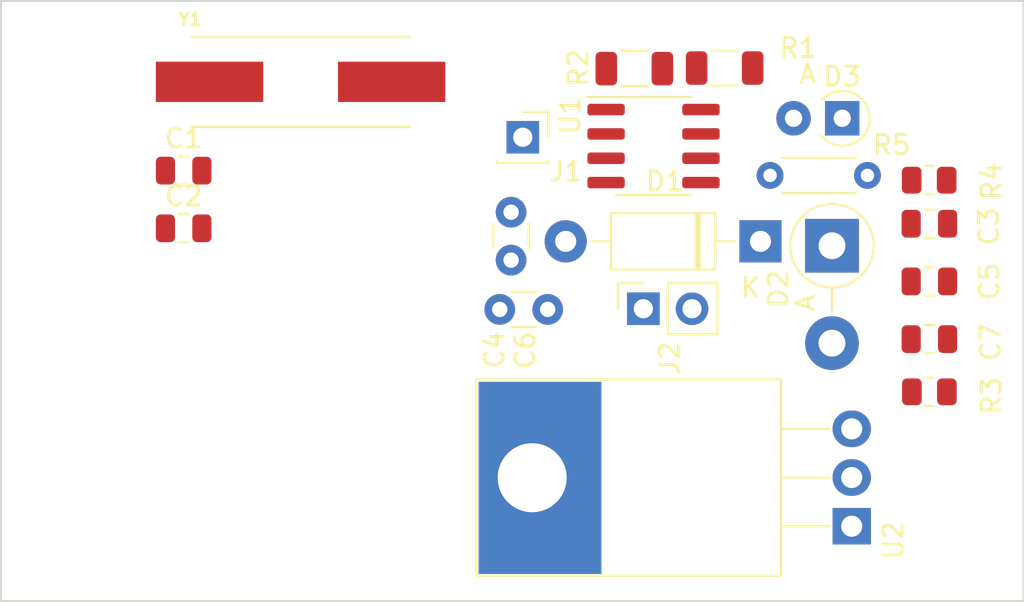
<source format=kicad_pcb>
(kicad_pcb (version 20221018) (generator pcbnew)
  (layers (0 "F.Cu" signal) (1 "In1.Cu" signal) (2 "In2.Cu" signal) (31 "B.Cu" signal) (34 "B.Paste" user) (35 "F.Paste" user) (36 "B.SilkS" user "B.Silkscreen") (37 "F.SilkS" user "F.Silkscreen") (38 "B.Mask" user) (39 "F.Mask" user) (44 "Edge.Cuts" user))
  (net 0 "")
  (net 1 "/V_{in}")
  (net 2 "Vout")
  (net 3 "Vin")
  (net 4 "GND")
  (net 5 "VAMP")
  (net 6 "Net-(U1A-+)")
  (net 7 "/V_{div}")
  (net 8 "+VCC")
  (net 9 "VBAT")
  (net 10 "Net-(D3-K)")
  (net 11 "XTAL1")
  (net 12 "XTAL2")
  (footprint "Diode_THT:D_DO-41_SOD81_P10.16mm_Horizontal" (layer "F.Cu") (at 123.27 63.27 180)
    (fp_text reference "D1" (at 5 3.13) (layer "F.SilkS"))
    (fp_text value "1N4002")
    (fp_text user "K" (at 0.52 -2.42) (layer "F.SilkS"))
    (fp_line (start 1.34 0) (end 2.36 0) (stroke (width 0.12)) (layer "F.SilkS"))
    (fp_line (start 2.36 -1.47) (end 2.36 1.47) (stroke (width 0.12)) (layer "F.SilkS"))
    (fp_line (start 2.36 1.47) (end 7.8 1.47) (stroke (width 0.12)) (layer "F.SilkS"))
    (fp_line (start 3.14 -1.47) (end 3.14 1.47) (stroke (width 0.12)) (layer "F.SilkS"))
    (fp_line (start 3.26 -1.47) (end 3.26 1.47) (stroke (width 0.12)) (layer "F.SilkS"))
    (fp_line (start 3.38 -1.47) (end 3.38 1.47) (stroke (width 0.12)) (layer "F.SilkS"))
    (fp_line (start 7.8 -1.47) (end 2.36 -1.47) (stroke (width 0.12)) (layer "F.SilkS"))
    (fp_line (start 7.8 1.47) (end 7.8 -1.47) (stroke (width 0.12)) (layer "F.SilkS"))
    (fp_line (start 8.82 0) (end 7.8 0) (stroke (width 0.12)) (layer "F.SilkS"))
    (pad "1" thru_hole rect (at 0 0 180) (size 2.2 2.2) (drill 1.1) (layers "*.Cu" "*.Mask") (net 1 "/V_{in}"))
    (pad "2" thru_hole oval (at 10.16 0 180) (size 2.2 2.2) (drill 1.1) (layers "*.Cu" "*.Mask") (net 9 "VBAT"))
  )
  (footprint "Package_TO_SOT_THT:TO-220-3_Horizontal_TabDown" (layer "F.Cu") (at 128.03 78.13 90)
    (fp_text reference "U2" (at -0.74 2.17 90) (layer "F.SilkS"))
    (fp_text value "LM1117-ADJ")
    (fp_line (start -2.58 -19.58) (end -2.58 -3.69) (stroke (width 0.12)) (layer "F.SilkS"))
    (fp_line (start -2.58 -19.58) (end 7.66 -19.58) (stroke (width 0.12)) (layer "F.SilkS"))
    (fp_line (start -2.58 -3.69) (end 7.66 -3.69) (stroke (width 0.12)) (layer "F.SilkS"))
    (fp_line (start 0 -3.69) (end 0 -1.15) (stroke (width 0.12)) (layer "F.SilkS"))
    (fp_line (start 2.54 -3.69) (end 2.54 -1.15) (stroke (width 0.12)) (layer "F.SilkS"))
    (fp_line (start 5.08 -3.69) (end 5.08 -1.15) (stroke (width 0.12)) (layer "F.SilkS"))
    (fp_line (start 7.66 -19.58) (end 7.66 -3.69) (stroke (width 0.12)) (layer "F.SilkS"))
    (pad "" np_thru_hole oval (at 2.54 -16.66 90) (size 3.5 3.5) (drill 3.5) (layers "*.Cu" "*.Mask"))
    (pad "1" thru_hole rect (at 0 0 90) (size 1.905 2) (drill 1.1) (layers "*.Cu" "*.Mask") (net 7 "/V_{div}"))
    (pad "2" thru_hole oval (at 2.54 0 90) (size 1.905 2) (drill 1.1) (layers "*.Cu" "*.Mask") (net 8 "+VCC"))
    (pad "3" thru_hole oval (at 5.08 0 90) (size 1.905 2) (drill 1.1) (layers "*.Cu" "*.Mask") (net 1 "/V_{in}"))
    (pad "4" thru_hole rect (at 2.53 -16.67 90) (size 10.02 6.4) (drill 3.6 (offset -0.01 0.41)) (layers "*.Cu" "*.Mask") (net 8 "+VCC"))
  )
  (footprint "Resistor_SMD:R_0805_2012Metric" (layer "F.Cu") (at 132.07 60.08 180)
    (fp_text reference "R4" (at -3.26 -0.06 90) (layer "F.SilkS"))
    (fp_text value "1k")
    (fp_line (start -0.227064 -0.735) (end 0.227064 -0.735) (stroke (width 0.12)) (layer "F.SilkS"))
    (fp_line (start -0.227064 0.735) (end 0.227064 0.735) (stroke (width 0.12)) (layer "F.SilkS"))
    (pad "1" smd roundrect (at -0.9125 0 180) (size 1.025 1.4) (layers "F.Cu" "F.Paste" "F.Mask") (roundrect_rratio 0.243902) (net 7 "/V_{div}"))
    (pad "2" smd roundrect (at 0.9125 0 180) (size 1.025 1.4) (layers "F.Cu" "F.Paste" "F.Mask") (roundrect_rratio 0.243902) (net 4 "GND"))
  )
  (footprint "Capacitor_THT:C_Disc_D3.0mm_W1.6mm_P2.50mm" (layer "F.Cu") (at 110.26 61.75 -90)
    (fp_text reference "C4" (at 7.17 0.87 90) (layer "F.SilkS"))
    (fp_text value "1u")
    (fp_line (start 0.621 -0.92) (end 1.879 -0.92) (stroke (width 0.12)) (layer "F.SilkS"))
    (fp_line (start 0.621 0.92) (end 1.879 0.92) (stroke (width 0.12)) (layer "F.SilkS"))
    (pad "1" thru_hole circle (at 0 0 270) (size 1.6 1.6) (drill 0.8) (layers "*.Cu" "*.Mask") (net 1 "/V_{in}"))
    (pad "2" thru_hole circle (at 2.5 0 270) (size 1.6 1.6) (drill 0.8) (layers "*.Cu" "*.Mask") (net 4 "GND"))
  )
  (footprint "Capacitor_SMD:C_0805_2012Metric" (layer "F.Cu") (at 132.08 62.35 180)
    (fp_text reference "C3" (at -3.1 -0.15 90) (layer "F.SilkS"))
    (fp_text value "100n")
    (fp_line (start -0.261252 -0.735) (end 0.261252 -0.735) (stroke (width 0.12)) (layer "F.SilkS"))
    (fp_line (start -0.261252 0.735) (end 0.261252 0.735) (stroke (width 0.12)) (layer "F.SilkS"))
    (pad "1" smd roundrect (at -0.95 0 180) (size 1 1.45) (layers "F.Cu" "F.Paste" "F.Mask") (net 1 "/V_{in}"))
    (pad "2" smd roundrect (at 0.95 0 180) (size 1 1.45) (layers "F.Cu" "F.Paste" "F.Mask") (net 4 "GND"))
  )
  (footprint "Capacitor_THT:C_Disc_D3.0mm_W1.6mm_P2.50mm" (layer "F.Cu") (at 109.67 66.82)
    (fp_text reference "C6" (at 1.32 2.13 90) (layer "F.SilkS"))
    (fp_text value "1u")
    (fp_line (start 0.621 -0.92) (end 1.879 -0.92) (stroke (width 0.12)) (layer "F.SilkS"))
    (fp_line (start 0.621 0.92) (end 1.879 0.92) (stroke (width 0.12)) (layer "F.SilkS"))
    (pad "1" thru_hole circle (at 0 0) (size 1.6 1.6) (drill 0.8) (layers "*.Cu" "*.Mask") (net 8 "+VCC"))
    (pad "2" thru_hole circle (at 2.5 0) (size 1.6 1.6) (drill 0.8) (layers "*.Cu" "*.Mask") (net 4 "GND"))
  )
  (footprint "Resistor_SMD:R_1206_3216Metric" (layer "F.Cu") (at 116.69 54.26 180)
    (fp_text reference "R2" (at 2.93 0.03 90) (layer "F.SilkS"))
    (fp_text value "68k")
    (fp_line (start -0.727064 -0.91) (end 0.727064 -0.91) (stroke (width 0.12)) (layer "F.SilkS"))
    (fp_line (start -0.727064 0.91) (end 0.727064 0.91) (stroke (width 0.12)) (layer "F.SilkS"))
    (pad "1" smd roundrect (at -1.4625 0 180) (size 1.125 1.75) (layers "F.Cu" "F.Paste" "F.Mask") (roundrect_rratio 0.222222) (net 6 "Net-(U1A-+)"))
    (pad "2" smd roundrect (at 1.4625 0 180) (size 1.125 1.75) (layers "F.Cu" "F.Paste" "F.Mask") (roundrect_rratio 0.222222) (net 5 "VAMP"))
  )
  (footprint "Capacitor_SMD:C_0805_2012Metric" (layer "F.Cu") (at 132.08 68.37 180)
    (fp_text reference "C7" (at -3.19 -0.16 90) (layer "F.SilkS"))
    (fp_text value "100n")
    (fp_line (start -0.261252 -0.735) (end 0.261252 -0.735) (stroke (width 0.12)) (layer "F.SilkS"))
    (fp_line (start -0.261252 0.735) (end 0.261252 0.735) (stroke (width 0.12)) (layer "F.SilkS"))
    (pad "1" smd roundrect (at -0.95 0 180) (size 1 1.45) (layers "F.Cu" "F.Paste" "F.Mask") (net 8 "+VCC"))
    (pad "2" smd roundrect (at 0.95 0 180) (size 1 1.45) (layers "F.Cu" "F.Paste" "F.Mask") (net 4 "GND"))
  )
  (footprint "Connector_PinSocket_2.54mm:PinSocket_1x01_P2.54mm_Vertical" (layer "F.Cu") (at 110.87 57.84)
    (fp_text reference "J1" (at 2.26 1.79) (layer "F.SilkS"))
    (fp_text value "Conn_01x01_Pin")
    (fp_line (start -1.33 1.21) (end -1.33 1.33) (stroke (width 0.12)) (layer "F.SilkS"))
    (fp_line (start -1.33 1.33) (end 1.33 1.33) (stroke (width 0.12)) (layer "F.SilkS"))
    (fp_line (start 0 -1.33) (end 1.33 -1.33) (stroke (width 0.12)) (layer "F.SilkS"))
    (fp_line (start 1.33 -1.33) (end 1.33 0) (stroke (width 0.12)) (layer "F.SilkS"))
    (fp_line (start 1.33 1.21) (end 1.33 1.33) (stroke (width 0.12)) (layer "F.SilkS"))
    (pad "1" thru_hole rect (at 0 0) (size 1.7 1.7) (drill 1) (layers "*.Cu" "*.Mask") (net 3 "Vin"))
  )
  (footprint "Diode_THT:D_5W_P5.08mm_Vertical_AnodeUp" (layer "F.Cu") (at 127 63.5 -90)
    (fp_text reference "D2" (at 2.25 2.8 90) (layer "F.SilkS"))
    (fp_text value "15V")
    (fp_text user "A" (at 2.98 1.4 90) (layer "F.SilkS"))
    (fp_line (start 2.174899 0) (end 3.38 0) (stroke (width 0.12)) (layer "F.SilkS"))
    (fp_circle (center 0 0) (end 2.174899 0) (stroke (width 0.12)) (fill none) (layer "F.SilkS"))
    (pad "1" thru_hole rect (at 0 0 270) (size 2.8 2.8) (drill 1.4) (layers "*.Cu" "*.Mask") (net 1 "/V_{in}"))
    (pad "2" thru_hole oval (at 5.08 0 270) (size 2.8 2.8) (drill 1.4) (layers "*.Cu" "*.Mask") (net 4 "GND"))
  )
  (footprint "Package_SO:SOIC-8_3.9x4.9mm_P1.27mm" (layer "F.Cu") (at 117.69 58.3)
    (fp_text reference "U1" (at -4.35 -1.6 90) (layer "F.SilkS"))
    (fp_text value "LT1492")
    (fp_line (start 0 -2.56) (end -3.45 -2.56) (stroke (width 0.12)) (layer "F.SilkS"))
    (fp_line (start 0 -2.56) (end 1.95 -2.56) (stroke (width 0.12)) (layer "F.SilkS"))
    (fp_line (start 0 2.56) (end -1.95 2.56) (stroke (width 0.12)) (layer "F.SilkS"))
    (fp_line (start 0 2.56) (end 1.95 2.56) (stroke (width 0.12)) (layer "F.SilkS"))
    (pad "1" smd roundrect (at -2.475 -1.905) (size 1.95 0.6) (layers "F.Cu" "F.Paste" "F.Mask") (net 5 "VAMP"))
    (pad "2" smd roundrect (at -2.475 -0.635) (size 1.95 0.6) (layers "F.Cu" "F.Paste" "F.Mask") (net 3 "Vin"))
    (pad "3" smd roundrect (at -2.475 0.635) (size 1.95 0.6) (layers "F.Cu" "F.Paste" "F.Mask") (net 6 "Net-(U1A-+)"))
    (pad "4" smd roundrect (at -2.475 1.905) (size 1.95 0.6) (layers "F.Cu" "F.Paste" "F.Mask") (net 4 "GND"))
    (pad "5" smd roundrect (at 2.475 1.905) (size 1.95 0.6) (layers "F.Cu" "F.Paste" "F.Mask") (net 2 "Vout"))
    (pad "6" smd roundrect (at 2.475 0.635) (size 1.95 0.6) (layers "F.Cu" "F.Paste" "F.Mask") (net 5 "VAMP"))
    (pad "7" smd roundrect (at 2.475 -0.635) (size 1.95 0.6) (layers "F.Cu" "F.Paste" "F.Mask") (net 2 "Vout"))
    (pad "8" smd roundrect (at 2.475 -1.905) (size 1.95 0.6) (layers "F.Cu" "F.Paste" "F.Mask") (net 8 "+VCC"))
  )
  (footprint "Resistor_SMD:R_1206_3216Metric" (layer "F.Cu") (at 121.4 54.23 180)
    (fp_text reference "R1" (at -3.83 1.05) (layer "F.SilkS"))
    (fp_text value "100k")
    (fp_line (start -0.727064 -0.91) (end 0.727064 -0.91) (stroke (width 0.12)) (layer "F.SilkS"))
    (fp_line (start -0.727064 0.91) (end 0.727064 0.91) (stroke (width 0.12)) (layer "F.SilkS"))
    (pad "1" smd roundrect (at -1.4625 0 180) (size 1.125 1.75) (layers "F.Cu" "F.Paste" "F.Mask") (roundrect_rratio 0.222222) (net 4 "GND"))
    (pad "2" smd roundrect (at 1.4625 0 180) (size 1.125 1.75) (layers "F.Cu" "F.Paste" "F.Mask") (roundrect_rratio 0.222222) (net 6 "Net-(U1A-+)"))
  )
  (footprint "Oscillator:XTAL_ABLS2-16.000MHZ-D4Y-T" (layer "F.Cu") (at 99.28 54.95)
    (fp_text reference "Y1" (at -5.768 -3.2564) (layer "F.SilkS") (effects (font (size 0.64 0.64))))
    (fp_text value "ABLS2-16.000MHZ-D4Y-T")
    (fp_line (start -5.7 -2.35) (end 5.7 -2.35) (stroke (width 0.127)) (layer "F.SilkS"))
    (fp_line (start -5.7 2.35) (end 5.7 2.35) (stroke (width 0.127)) (layer "F.SilkS"))
    (pad "1" smd rect (at -4.75 0) (size 5.6 2.1) (layers "F.Cu" "F.Paste" "F.Mask") (net 11 "XTAL1"))
    (pad "2" smd rect (at 4.75 0) (size 5.6 2.1) (layers "F.Cu" "F.Paste" "F.Mask") (net 12 "XTAL2"))
  )
  (footprint "Connector_PinSocket_2.54mm:PinSocket_1x02_P2.54mm_Vertical" (layer "F.Cu") (at 117.16 66.785 90)
    (fp_text reference "J2" (at -2.585 1.37 90) (layer "F.SilkS"))
    (fp_text value "Screw_Terminal_01x02")
    (fp_line (start -1.33 1.27) (end -1.33 3.87) (stroke (width 0.12)) (layer "F.SilkS"))
    (fp_line (start -1.33 1.27) (end 1.33 1.27) (stroke (width 0.12)) (layer "F.SilkS"))
    (fp_line (start -1.33 3.87) (end 1.33 3.87) (stroke (width 0.12)) (layer "F.SilkS"))
    (fp_line (start 0 -1.33) (end 1.33 -1.33) (stroke (width 0.12)) (layer "F.SilkS"))
    (fp_line (start 1.33 -1.33) (end 1.33 0) (stroke (width 0.12)) (layer "F.SilkS"))
    (fp_line (start 1.33 1.27) (end 1.33 3.87) (stroke (width 0.12)) (layer "F.SilkS"))
    (pad "1" thru_hole rect (at 0 0 90) (size 1.7 1.7) (drill 1) (layers "*.Cu" "*.Mask") (net 9 "VBAT"))
    (pad "2" thru_hole oval (at 0 2.54 90) (size 1.7 1.7) (drill 1) (layers "*.Cu" "*.Mask") (net 4 "GND"))
  )
  (footprint "Capacitor_SMD:C_0805_2012Metric" (layer "F.Cu") (at 93.18 62.59)
    (fp_text reference "C2" (at 0 -1.68) (layer "F.SilkS"))
    (fp_text value "30p")
    (fp_line (start -0.261252 -0.735) (end 0.261252 -0.735) (stroke (width 0.12)) (layer "F.SilkS"))
    (fp_line (start -0.261252 0.735) (end 0.261252 0.735) (stroke (width 0.12)) (layer "F.SilkS"))
    (pad "1" smd roundrect (at -0.95 0) (size 1 1.45) (layers "F.Cu" "F.Paste" "F.Mask") (net 12 "XTAL2"))
    (pad "2" smd roundrect (at 0.95 0) (size 1 1.45) (layers "F.Cu" "F.Paste" "F.Mask") (net 4 "GND"))
  )
  (footprint "Resistor_THT:R_Axial_DIN0204_L3.6mm_D1.6mm_P5.08mm_Horizontal" (layer "F.Cu") (at 128.85 59.83 180)
    (fp_text reference "R5" (at -1.26 1.59) (layer "F.SilkS"))
    (fp_text value "1k")
    (fp_line (start 0.62 -0.92) (end 4.46 -0.92) (stroke (width 0.12)) (layer "F.SilkS"))
    (fp_line (start 0.62 0.92) (end 4.46 0.92) (stroke (width 0.12)) (layer "F.SilkS"))
    (pad "1" thru_hole circle (at 0 0 180) (size 1.4 1.4) (drill 0.7) (layers "*.Cu" "*.Mask") (net 10 "Net-(D3-K)"))
    (pad "2" thru_hole oval (at 5.08 0 180) (size 1.4 1.4) (drill 0.7) (layers "*.Cu" "*.Mask") (net 4 "GND"))
  )
  (footprint "Capacitor_SMD:C_0805_2012Metric" (layer "F.Cu") (at 132.08 65.36 180)
    (fp_text reference "C5" (at -3.13 0 90) (layer "F.SilkS"))
    (fp_text value "100n")
    (fp_line (start -0.261252 -0.735) (end 0.261252 -0.735) (stroke (width 0.12)) (layer "F.SilkS"))
    (fp_line (start -0.261252 0.735) (end 0.261252 0.735) (stroke (width 0.12)) (layer "F.SilkS"))
    (pad "1" smd roundrect (at -0.95 0 180) (size 1 1.45) (layers "F.Cu" "F.Paste" "F.Mask") (net 7 "/V_{div}"))
    (pad "2" smd roundrect (at 0.95 0 180) (size 1 1.45) (layers "F.Cu" "F.Paste" "F.Mask") (net 4 "GND"))
  )
  (footprint "Resistor_SMD:R_0805_2012Metric" (layer "F.Cu") (at 132.08 71.12)
    (fp_text reference "R3" (at 3.25 0.21 90) (layer "F.SilkS"))
    (fp_text value "2.2k")
    (fp_line (start -0.227064 -0.735) (end 0.227064 -0.735) (stroke (width 0.12)) (layer "F.SilkS"))
    (fp_line (start -0.227064 0.735) (end 0.227064 0.735) (stroke (width 0.12)) (layer "F.SilkS"))
    (pad "1" smd roundrect (at -0.9125 0) (size 1.025 1.4) (layers "F.Cu" "F.Paste" "F.Mask") (roundrect_rratio 0.243902) (net 8 "+VCC"))
    (pad "2" smd roundrect (at 0.9125 0) (size 1.025 1.4) (layers "F.Cu" "F.Paste" "F.Mask") (roundrect_rratio 0.243902) (net 7 "/V_{div}"))
  )
  (footprint "Diode_THT:D_A-405_P2.54mm_Vertical_AnodeUp" (layer "F.Cu") (at 127.535 56.85 180)
    (fp_text reference "D3" (at 0.015 2.17) (layer "F.SilkS"))
    (fp_text value "LED")
    (fp_text user "A" (at 1.795 2.32) (layer "F.SilkS"))
    (fp_arc (start 1.05385 0.968866) (mid -1.430816 -0.045469) (end 1.113239 -0.9) (stroke (width 0.12)) (layer "F.SilkS"))
    (pad "1" thru_hole rect (at 0 0 180) (size 1.8 1.8) (drill 0.9) (layers "*.Cu" "*.Mask") (net 10 "Net-(D3-K)"))
    (pad "2" thru_hole oval (at 2.54 0 180) (size 1.8 1.8) (drill 0.9) (layers "*.Cu" "*.Mask") (net 2 "Vout"))
  )
  (footprint "Capacitor_SMD:C_0805_2012Metric" (layer "F.Cu") (at 93.18 59.58)
    (fp_text reference "C1" (at 0 -1.68) (layer "F.SilkS"))
    (fp_text value "30p")
    (fp_line (start -0.261252 -0.735) (end 0.261252 -0.735) (stroke (width 0.12)) (layer "F.SilkS"))
    (fp_line (start -0.261252 0.735) (end 0.261252 0.735) (stroke (width 0.12)) (layer "F.SilkS"))
    (pad "1" smd roundrect (at -0.95 0) (size 1 1.45) (layers "F.Cu" "F.Paste" "F.Mask") (net 11 "XTAL1"))
    (pad "2" smd roundrect (at 0.95 0) (size 1 1.45) (layers "F.Cu" "F.Paste" "F.Mask") (net 4 "GND"))
  )
  (gr_rect (start 83.65 50.73) (end 136.99 82.04) (stroke (width 0.1)) (fill none) (layer "Edge.Cuts"))
)
</source>
